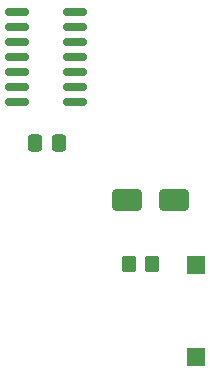
<source format=gbr>
%TF.GenerationSoftware,KiCad,Pcbnew,9.0.4*%
%TF.CreationDate,2025-08-31T21:09:01+02:00*%
%TF.ProjectId,n-teller-xl-diy,6e2d7465-6c6c-4657-922d-786c2d646979,1.0*%
%TF.SameCoordinates,Original*%
%TF.FileFunction,Paste,Top*%
%TF.FilePolarity,Positive*%
%FSLAX46Y46*%
G04 Gerber Fmt 4.6, Leading zero omitted, Abs format (unit mm)*
G04 Created by KiCad (PCBNEW 9.0.4) date 2025-08-31 21:09:01*
%MOMM*%
%LPD*%
G01*
G04 APERTURE LIST*
G04 Aperture macros list*
%AMRoundRect*
0 Rectangle with rounded corners*
0 $1 Rounding radius*
0 $2 $3 $4 $5 $6 $7 $8 $9 X,Y pos of 4 corners*
0 Add a 4 corners polygon primitive as box body*
4,1,4,$2,$3,$4,$5,$6,$7,$8,$9,$2,$3,0*
0 Add four circle primitives for the rounded corners*
1,1,$1+$1,$2,$3*
1,1,$1+$1,$4,$5*
1,1,$1+$1,$6,$7*
1,1,$1+$1,$8,$9*
0 Add four rect primitives between the rounded corners*
20,1,$1+$1,$2,$3,$4,$5,0*
20,1,$1+$1,$4,$5,$6,$7,0*
20,1,$1+$1,$6,$7,$8,$9,0*
20,1,$1+$1,$8,$9,$2,$3,0*%
G04 Aperture macros list end*
%ADD10RoundRect,0.250000X1.000000X0.650000X-1.000000X0.650000X-1.000000X-0.650000X1.000000X-0.650000X0*%
%ADD11RoundRect,0.250000X0.350000X0.450000X-0.350000X0.450000X-0.350000X-0.450000X0.350000X-0.450000X0*%
%ADD12R,1.500000X1.500000*%
%ADD13RoundRect,0.150000X0.825000X0.150000X-0.825000X0.150000X-0.825000X-0.150000X0.825000X-0.150000X0*%
%ADD14RoundRect,0.250000X-0.337500X-0.475000X0.337500X-0.475000X0.337500X0.475000X-0.337500X0.475000X0*%
G04 APERTURE END LIST*
D10*
%TO.C,D5*%
X125111000Y3082313D03*
X121111000Y3082313D03*
%TD*%
D11*
%TO.C,R1*%
X123279000Y-2363687D03*
X121279000Y-2363687D03*
%TD*%
D12*
%TO.C,SW1*%
X127000000Y-10219000D03*
X127000000Y-2419000D03*
%TD*%
D13*
%TO.C,U2*%
X116736000Y11397313D03*
X116736000Y12667313D03*
X116736000Y13937313D03*
X116736000Y15207313D03*
X116736000Y16477313D03*
X116736000Y17747313D03*
X116736000Y19017313D03*
X111786000Y19017313D03*
X111786000Y17747313D03*
X111786000Y16477313D03*
X111786000Y15207313D03*
X111786000Y13937313D03*
X111786000Y12667313D03*
X111786000Y11397313D03*
%TD*%
D14*
%TO.C,C18*%
X113326500Y7917687D03*
X115401500Y7917687D03*
%TD*%
M02*

</source>
